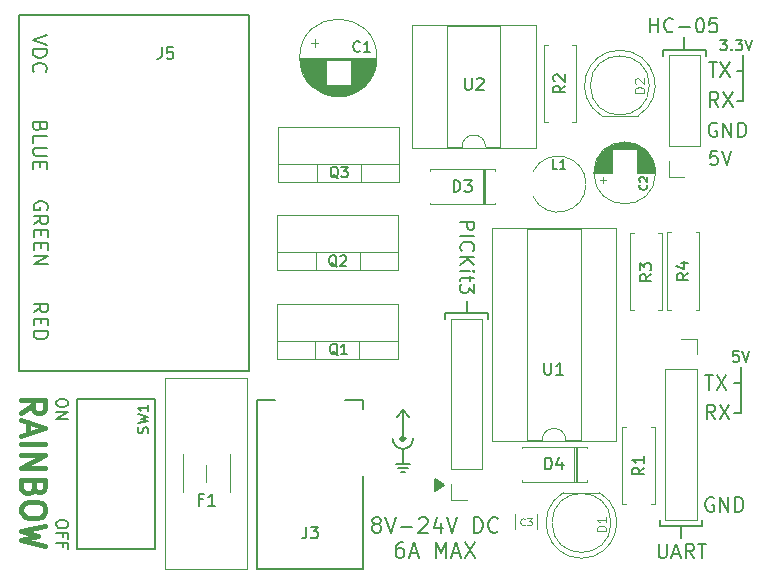
<source format=gbr>
G04 #@! TF.GenerationSoftware,KiCad,Pcbnew,(6.0.1-0)*
G04 #@! TF.CreationDate,2023-05-30T21:20:14-04:00*
G04 #@! TF.ProjectId,Rainbow,5261696e-626f-4772-9e6b-696361645f70,rev?*
G04 #@! TF.SameCoordinates,Original*
G04 #@! TF.FileFunction,Legend,Top*
G04 #@! TF.FilePolarity,Positive*
%FSLAX46Y46*%
G04 Gerber Fmt 4.6, Leading zero omitted, Abs format (unit mm)*
G04 Created by KiCad (PCBNEW (6.0.1-0)) date 2023-05-30 21:20:14*
%MOMM*%
%LPD*%
G01*
G04 APERTURE LIST*
%ADD10C,0.200000*%
%ADD11C,0.150000*%
%ADD12C,0.325599*%
%ADD13C,0.400000*%
%ADD14C,0.100000*%
%ADD15C,0.125000*%
%ADD16C,0.120000*%
%ADD17C,0.152400*%
%ADD18C,0.127000*%
G04 APERTURE END LIST*
D10*
X145450000Y-101169997D02*
G75*
G03*
X146310000Y-100310000I3J859997D01*
G01*
X144590003Y-100310000D02*
G75*
G03*
X145450000Y-101170000I859997J-3D01*
G01*
D11*
X145450000Y-101160000D02*
X145450000Y-102440000D01*
X145450000Y-97890000D02*
X145450000Y-100310000D01*
X144848687Y-102440556D02*
X146051313Y-102439445D01*
X167190000Y-107680000D02*
X169000000Y-107680000D01*
X145072235Y-102789723D02*
X145850391Y-102789445D01*
X173705000Y-69200000D02*
X174240000Y-69200000D01*
X171100000Y-67380000D02*
X169290000Y-67380000D01*
X170810000Y-107680000D02*
X170810000Y-107180000D01*
X173510000Y-98120000D02*
X174050000Y-98120000D01*
X173710000Y-71720000D02*
X174250000Y-71720000D01*
X169010000Y-107680000D02*
X169010000Y-108740000D01*
X167180000Y-107680000D02*
X167180000Y-107180000D01*
X150840000Y-89670000D02*
X150840000Y-88610000D01*
X148135000Y-104706560D02*
X148135000Y-103706560D01*
X148135000Y-103706560D02*
X148960000Y-104220000D01*
X148960000Y-104220000D02*
X148135000Y-104706560D01*
G36*
X148960000Y-104220000D02*
G01*
X148135000Y-104706560D01*
X148135000Y-103706560D01*
X148960000Y-104220000D01*
G37*
X148960000Y-104220000D02*
X148135000Y-104706560D01*
X148135000Y-103706560D01*
X148960000Y-104220000D01*
X169000000Y-107680000D02*
X170810000Y-107680000D01*
X174250000Y-67840000D02*
X174250000Y-71720000D01*
X169280000Y-67380000D02*
X169280000Y-66320000D01*
X152660000Y-89670000D02*
X150850000Y-89670000D01*
X173505000Y-95600000D02*
X174040000Y-95600000D01*
D12*
X145612799Y-100310000D02*
G75*
G03*
X145612799Y-100310000I-162799J0D01*
G01*
D11*
X145274274Y-103119723D02*
X145668353Y-103119167D01*
X169290000Y-67380000D02*
X167480000Y-67380000D01*
X150850000Y-89670000D02*
X149040000Y-89670000D01*
X174050000Y-94240000D02*
X174050000Y-98120000D01*
X149040000Y-89670000D02*
X149040000Y-90170000D01*
X145445278Y-97890000D02*
X145930000Y-98430437D01*
X171110000Y-67380000D02*
X171110000Y-67880000D01*
X144965278Y-98430437D02*
X145450000Y-97890000D01*
X167480000Y-67380000D02*
X167480000Y-67880000D01*
X152670000Y-89670000D02*
X152670000Y-90170000D01*
D10*
X172015714Y-73590000D02*
X171901428Y-73532857D01*
X171730000Y-73532857D01*
X171558571Y-73590000D01*
X171444285Y-73704285D01*
X171387142Y-73818571D01*
X171330000Y-74047142D01*
X171330000Y-74218571D01*
X171387142Y-74447142D01*
X171444285Y-74561428D01*
X171558571Y-74675714D01*
X171730000Y-74732857D01*
X171844285Y-74732857D01*
X172015714Y-74675714D01*
X172072857Y-74618571D01*
X172072857Y-74218571D01*
X171844285Y-74218571D01*
X172587142Y-74732857D02*
X172587142Y-73532857D01*
X173272857Y-74732857D01*
X173272857Y-73532857D01*
X173844285Y-74732857D02*
X173844285Y-73532857D01*
X174130000Y-73532857D01*
X174301428Y-73590000D01*
X174415714Y-73704285D01*
X174472857Y-73818571D01*
X174530000Y-74047142D01*
X174530000Y-74218571D01*
X174472857Y-74447142D01*
X174415714Y-74561428D01*
X174301428Y-74675714D01*
X174130000Y-74732857D01*
X173844285Y-74732857D01*
X171860000Y-98632857D02*
X171460000Y-98061428D01*
X171174285Y-98632857D02*
X171174285Y-97432857D01*
X171631428Y-97432857D01*
X171745714Y-97490000D01*
X171802857Y-97547142D01*
X171860000Y-97661428D01*
X171860000Y-97832857D01*
X171802857Y-97947142D01*
X171745714Y-98004285D01*
X171631428Y-98061428D01*
X171174285Y-98061428D01*
X172260000Y-97432857D02*
X173060000Y-98632857D01*
X173060000Y-97432857D02*
X172260000Y-98632857D01*
X171755714Y-105330000D02*
X171641428Y-105272857D01*
X171470000Y-105272857D01*
X171298571Y-105330000D01*
X171184285Y-105444285D01*
X171127142Y-105558571D01*
X171070000Y-105787142D01*
X171070000Y-105958571D01*
X171127142Y-106187142D01*
X171184285Y-106301428D01*
X171298571Y-106415714D01*
X171470000Y-106472857D01*
X171584285Y-106472857D01*
X171755714Y-106415714D01*
X171812857Y-106358571D01*
X171812857Y-105958571D01*
X171584285Y-105958571D01*
X172327142Y-106472857D02*
X172327142Y-105272857D01*
X173012857Y-106472857D01*
X173012857Y-105272857D01*
X173584285Y-106472857D02*
X173584285Y-105272857D01*
X173870000Y-105272857D01*
X174041428Y-105330000D01*
X174155714Y-105444285D01*
X174212857Y-105558571D01*
X174270000Y-105787142D01*
X174270000Y-105958571D01*
X174212857Y-106187142D01*
X174155714Y-106301428D01*
X174041428Y-106415714D01*
X173870000Y-106472857D01*
X173584285Y-106472857D01*
X150307142Y-81920000D02*
X151507142Y-81920000D01*
X151507142Y-82377142D01*
X151450000Y-82491428D01*
X151392857Y-82548571D01*
X151278571Y-82605714D01*
X151107142Y-82605714D01*
X150992857Y-82548571D01*
X150935714Y-82491428D01*
X150878571Y-82377142D01*
X150878571Y-81920000D01*
X150307142Y-83120000D02*
X151507142Y-83120000D01*
X150421428Y-84377142D02*
X150364285Y-84320000D01*
X150307142Y-84148571D01*
X150307142Y-84034285D01*
X150364285Y-83862857D01*
X150478571Y-83748571D01*
X150592857Y-83691428D01*
X150821428Y-83634285D01*
X150992857Y-83634285D01*
X151221428Y-83691428D01*
X151335714Y-83748571D01*
X151450000Y-83862857D01*
X151507142Y-84034285D01*
X151507142Y-84148571D01*
X151450000Y-84320000D01*
X151392857Y-84377142D01*
X150307142Y-84891428D02*
X151507142Y-84891428D01*
X150307142Y-85577142D02*
X150992857Y-85062857D01*
X151507142Y-85577142D02*
X150821428Y-84891428D01*
X150307142Y-86091428D02*
X151107142Y-86091428D01*
X151507142Y-86091428D02*
X151450000Y-86034285D01*
X151392857Y-86091428D01*
X151450000Y-86148571D01*
X151507142Y-86091428D01*
X151392857Y-86091428D01*
X151107142Y-86491428D02*
X151107142Y-86948571D01*
X151507142Y-86662857D02*
X150478571Y-86662857D01*
X150364285Y-86720000D01*
X150307142Y-86834285D01*
X150307142Y-86948571D01*
X151507142Y-87234285D02*
X151507142Y-87977142D01*
X151050000Y-87577142D01*
X151050000Y-87748571D01*
X150992857Y-87862857D01*
X150935714Y-87920000D01*
X150821428Y-87977142D01*
X150535714Y-87977142D01*
X150421428Y-87920000D01*
X150364285Y-87862857D01*
X150307142Y-87748571D01*
X150307142Y-87405714D01*
X150364285Y-87291428D01*
X150421428Y-87234285D01*
X114765714Y-73888571D02*
X114708571Y-74060000D01*
X114651428Y-74117142D01*
X114537142Y-74174285D01*
X114365714Y-74174285D01*
X114251428Y-74117142D01*
X114194285Y-74060000D01*
X114137142Y-73945714D01*
X114137142Y-73488571D01*
X115337142Y-73488571D01*
X115337142Y-73888571D01*
X115280000Y-74002857D01*
X115222857Y-74060000D01*
X115108571Y-74117142D01*
X114994285Y-74117142D01*
X114880000Y-74060000D01*
X114822857Y-74002857D01*
X114765714Y-73888571D01*
X114765714Y-73488571D01*
X114137142Y-75260000D02*
X114137142Y-74688571D01*
X115337142Y-74688571D01*
X115337142Y-75660000D02*
X114365714Y-75660000D01*
X114251428Y-75717142D01*
X114194285Y-75774285D01*
X114137142Y-75888571D01*
X114137142Y-76117142D01*
X114194285Y-76231428D01*
X114251428Y-76288571D01*
X114365714Y-76345714D01*
X115337142Y-76345714D01*
X114765714Y-76917142D02*
X114765714Y-77317142D01*
X114137142Y-77488571D02*
X114137142Y-76917142D01*
X115337142Y-76917142D01*
X115337142Y-77488571D01*
D11*
X172331428Y-66527142D02*
X172888571Y-66527142D01*
X172588571Y-66870000D01*
X172717142Y-66870000D01*
X172802857Y-66912857D01*
X172845714Y-66955714D01*
X172888571Y-67041428D01*
X172888571Y-67255714D01*
X172845714Y-67341428D01*
X172802857Y-67384285D01*
X172717142Y-67427142D01*
X172460000Y-67427142D01*
X172374285Y-67384285D01*
X172331428Y-67341428D01*
X173274285Y-67341428D02*
X173317142Y-67384285D01*
X173274285Y-67427142D01*
X173231428Y-67384285D01*
X173274285Y-67341428D01*
X173274285Y-67427142D01*
X173617142Y-66527142D02*
X174174285Y-66527142D01*
X173874285Y-66870000D01*
X174002857Y-66870000D01*
X174088571Y-66912857D01*
X174131428Y-66955714D01*
X174174285Y-67041428D01*
X174174285Y-67255714D01*
X174131428Y-67341428D01*
X174088571Y-67384285D01*
X174002857Y-67427142D01*
X173745714Y-67427142D01*
X173660000Y-67384285D01*
X173617142Y-67341428D01*
X174431428Y-66527142D02*
X174731428Y-67427142D01*
X175031428Y-66527142D01*
D13*
X113155238Y-98147619D02*
X114107619Y-97480952D01*
X113155238Y-97004761D02*
X115155238Y-97004761D01*
X115155238Y-97766666D01*
X115060000Y-97957142D01*
X114964761Y-98052380D01*
X114774285Y-98147619D01*
X114488571Y-98147619D01*
X114298095Y-98052380D01*
X114202857Y-97957142D01*
X114107619Y-97766666D01*
X114107619Y-97004761D01*
X113726666Y-98909523D02*
X113726666Y-99861904D01*
X113155238Y-98719047D02*
X115155238Y-99385714D01*
X113155238Y-100052380D01*
X113155238Y-100719047D02*
X115155238Y-100719047D01*
X113155238Y-101671428D02*
X115155238Y-101671428D01*
X113155238Y-102814285D01*
X115155238Y-102814285D01*
X114202857Y-104433333D02*
X114107619Y-104719047D01*
X114012380Y-104814285D01*
X113821904Y-104909523D01*
X113536190Y-104909523D01*
X113345714Y-104814285D01*
X113250476Y-104719047D01*
X113155238Y-104528571D01*
X113155238Y-103766666D01*
X115155238Y-103766666D01*
X115155238Y-104433333D01*
X115060000Y-104623809D01*
X114964761Y-104719047D01*
X114774285Y-104814285D01*
X114583809Y-104814285D01*
X114393333Y-104719047D01*
X114298095Y-104623809D01*
X114202857Y-104433333D01*
X114202857Y-103766666D01*
X115155238Y-106147619D02*
X115155238Y-106528571D01*
X115060000Y-106719047D01*
X114869523Y-106909523D01*
X114488571Y-107004761D01*
X113821904Y-107004761D01*
X113440952Y-106909523D01*
X113250476Y-106719047D01*
X113155238Y-106528571D01*
X113155238Y-106147619D01*
X113250476Y-105957142D01*
X113440952Y-105766666D01*
X113821904Y-105671428D01*
X114488571Y-105671428D01*
X114869523Y-105766666D01*
X115060000Y-105957142D01*
X115155238Y-106147619D01*
X115155238Y-107671428D02*
X113155238Y-108147619D01*
X114583809Y-108528571D01*
X113155238Y-108909523D01*
X115155238Y-109385714D01*
D10*
X115320000Y-80900000D02*
X115377142Y-80785714D01*
X115377142Y-80614285D01*
X115320000Y-80442857D01*
X115205714Y-80328571D01*
X115091428Y-80271428D01*
X114862857Y-80214285D01*
X114691428Y-80214285D01*
X114462857Y-80271428D01*
X114348571Y-80328571D01*
X114234285Y-80442857D01*
X114177142Y-80614285D01*
X114177142Y-80728571D01*
X114234285Y-80900000D01*
X114291428Y-80957142D01*
X114691428Y-80957142D01*
X114691428Y-80728571D01*
X114177142Y-82157142D02*
X114748571Y-81757142D01*
X114177142Y-81471428D02*
X115377142Y-81471428D01*
X115377142Y-81928571D01*
X115320000Y-82042857D01*
X115262857Y-82100000D01*
X115148571Y-82157142D01*
X114977142Y-82157142D01*
X114862857Y-82100000D01*
X114805714Y-82042857D01*
X114748571Y-81928571D01*
X114748571Y-81471428D01*
X114805714Y-82671428D02*
X114805714Y-83071428D01*
X114177142Y-83242857D02*
X114177142Y-82671428D01*
X115377142Y-82671428D01*
X115377142Y-83242857D01*
X114805714Y-83757142D02*
X114805714Y-84157142D01*
X114177142Y-84328571D02*
X114177142Y-83757142D01*
X115377142Y-83757142D01*
X115377142Y-84328571D01*
X114177142Y-84842857D02*
X115377142Y-84842857D01*
X114177142Y-85528571D01*
X115377142Y-85528571D01*
X167095714Y-109202857D02*
X167095714Y-110174285D01*
X167152857Y-110288571D01*
X167210000Y-110345714D01*
X167324285Y-110402857D01*
X167552857Y-110402857D01*
X167667142Y-110345714D01*
X167724285Y-110288571D01*
X167781428Y-110174285D01*
X167781428Y-109202857D01*
X168295714Y-110060000D02*
X168867142Y-110060000D01*
X168181428Y-110402857D02*
X168581428Y-109202857D01*
X168981428Y-110402857D01*
X170067142Y-110402857D02*
X169667142Y-109831428D01*
X169381428Y-110402857D02*
X169381428Y-109202857D01*
X169838571Y-109202857D01*
X169952857Y-109260000D01*
X170010000Y-109317142D01*
X170067142Y-109431428D01*
X170067142Y-109602857D01*
X170010000Y-109717142D01*
X169952857Y-109774285D01*
X169838571Y-109831428D01*
X169381428Y-109831428D01*
X170410000Y-109202857D02*
X171095714Y-109202857D01*
X170752857Y-110402857D02*
X170752857Y-109202857D01*
X172160000Y-72182857D02*
X171760000Y-71611428D01*
X171474285Y-72182857D02*
X171474285Y-70982857D01*
X171931428Y-70982857D01*
X172045714Y-71040000D01*
X172102857Y-71097142D01*
X172160000Y-71211428D01*
X172160000Y-71382857D01*
X172102857Y-71497142D01*
X172045714Y-71554285D01*
X171931428Y-71611428D01*
X171474285Y-71611428D01*
X172560000Y-70982857D02*
X173360000Y-72182857D01*
X173360000Y-70982857D02*
X172560000Y-72182857D01*
X172071428Y-75942857D02*
X171500000Y-75942857D01*
X171442857Y-76514285D01*
X171500000Y-76457142D01*
X171614285Y-76400000D01*
X171900000Y-76400000D01*
X172014285Y-76457142D01*
X172071428Y-76514285D01*
X172128571Y-76628571D01*
X172128571Y-76914285D01*
X172071428Y-77028571D01*
X172014285Y-77085714D01*
X171900000Y-77142857D01*
X171614285Y-77142857D01*
X171500000Y-77085714D01*
X171442857Y-77028571D01*
X172471428Y-75942857D02*
X172871428Y-77142857D01*
X173271428Y-75942857D01*
X143103809Y-107528738D02*
X142980000Y-107466833D01*
X142918095Y-107404928D01*
X142856190Y-107281119D01*
X142856190Y-107219214D01*
X142918095Y-107095404D01*
X142980000Y-107033500D01*
X143103809Y-106971595D01*
X143351428Y-106971595D01*
X143475238Y-107033500D01*
X143537142Y-107095404D01*
X143599047Y-107219214D01*
X143599047Y-107281119D01*
X143537142Y-107404928D01*
X143475238Y-107466833D01*
X143351428Y-107528738D01*
X143103809Y-107528738D01*
X142980000Y-107590642D01*
X142918095Y-107652547D01*
X142856190Y-107776357D01*
X142856190Y-108023976D01*
X142918095Y-108147785D01*
X142980000Y-108209690D01*
X143103809Y-108271595D01*
X143351428Y-108271595D01*
X143475238Y-108209690D01*
X143537142Y-108147785D01*
X143599047Y-108023976D01*
X143599047Y-107776357D01*
X143537142Y-107652547D01*
X143475238Y-107590642D01*
X143351428Y-107528738D01*
X143970476Y-106971595D02*
X144403809Y-108271595D01*
X144837142Y-106971595D01*
X145270476Y-107776357D02*
X146260952Y-107776357D01*
X146818095Y-107095404D02*
X146880000Y-107033500D01*
X147003809Y-106971595D01*
X147313333Y-106971595D01*
X147437142Y-107033500D01*
X147499047Y-107095404D01*
X147560952Y-107219214D01*
X147560952Y-107343023D01*
X147499047Y-107528738D01*
X146756190Y-108271595D01*
X147560952Y-108271595D01*
X148675238Y-107404928D02*
X148675238Y-108271595D01*
X148365714Y-106909690D02*
X148056190Y-107838261D01*
X148860952Y-107838261D01*
X149170476Y-106971595D02*
X149603809Y-108271595D01*
X150037142Y-106971595D01*
X151460952Y-108271595D02*
X151460952Y-106971595D01*
X151770476Y-106971595D01*
X151956190Y-107033500D01*
X152080000Y-107157309D01*
X152141904Y-107281119D01*
X152203809Y-107528738D01*
X152203809Y-107714452D01*
X152141904Y-107962071D01*
X152080000Y-108085880D01*
X151956190Y-108209690D01*
X151770476Y-108271595D01*
X151460952Y-108271595D01*
X153503809Y-108147785D02*
X153441904Y-108209690D01*
X153256190Y-108271595D01*
X153132380Y-108271595D01*
X152946666Y-108209690D01*
X152822857Y-108085880D01*
X152760952Y-107962071D01*
X152699047Y-107714452D01*
X152699047Y-107528738D01*
X152760952Y-107281119D01*
X152822857Y-107157309D01*
X152946666Y-107033500D01*
X153132380Y-106971595D01*
X153256190Y-106971595D01*
X153441904Y-107033500D01*
X153503809Y-107095404D01*
X145456190Y-109064595D02*
X145208571Y-109064595D01*
X145084761Y-109126500D01*
X145022857Y-109188404D01*
X144899047Y-109374119D01*
X144837142Y-109621738D01*
X144837142Y-110116976D01*
X144899047Y-110240785D01*
X144960952Y-110302690D01*
X145084761Y-110364595D01*
X145332380Y-110364595D01*
X145456190Y-110302690D01*
X145518095Y-110240785D01*
X145580000Y-110116976D01*
X145580000Y-109807452D01*
X145518095Y-109683642D01*
X145456190Y-109621738D01*
X145332380Y-109559833D01*
X145084761Y-109559833D01*
X144960952Y-109621738D01*
X144899047Y-109683642D01*
X144837142Y-109807452D01*
X146075238Y-109993166D02*
X146694285Y-109993166D01*
X145951428Y-110364595D02*
X146384761Y-109064595D01*
X146818095Y-110364595D01*
X148241904Y-110364595D02*
X148241904Y-109064595D01*
X148675238Y-109993166D01*
X149108571Y-109064595D01*
X149108571Y-110364595D01*
X149665714Y-109993166D02*
X150284761Y-109993166D01*
X149541904Y-110364595D02*
X149975238Y-109064595D01*
X150408571Y-110364595D01*
X150718095Y-109064595D02*
X151584761Y-110364595D01*
X151584761Y-109064595D02*
X150718095Y-110364595D01*
X171345714Y-68442857D02*
X172031428Y-68442857D01*
X171688571Y-69642857D02*
X171688571Y-68442857D01*
X172317142Y-68442857D02*
X173117142Y-69642857D01*
X173117142Y-68442857D02*
X172317142Y-69642857D01*
X166371428Y-65892857D02*
X166371428Y-64692857D01*
X166371428Y-65264285D02*
X167057142Y-65264285D01*
X167057142Y-65892857D02*
X167057142Y-64692857D01*
X168314285Y-65778571D02*
X168257142Y-65835714D01*
X168085714Y-65892857D01*
X167971428Y-65892857D01*
X167800000Y-65835714D01*
X167685714Y-65721428D01*
X167628571Y-65607142D01*
X167571428Y-65378571D01*
X167571428Y-65207142D01*
X167628571Y-64978571D01*
X167685714Y-64864285D01*
X167800000Y-64750000D01*
X167971428Y-64692857D01*
X168085714Y-64692857D01*
X168257142Y-64750000D01*
X168314285Y-64807142D01*
X168828571Y-65435714D02*
X169742857Y-65435714D01*
X170542857Y-64692857D02*
X170657142Y-64692857D01*
X170771428Y-64750000D01*
X170828571Y-64807142D01*
X170885714Y-64921428D01*
X170942857Y-65150000D01*
X170942857Y-65435714D01*
X170885714Y-65664285D01*
X170828571Y-65778571D01*
X170771428Y-65835714D01*
X170657142Y-65892857D01*
X170542857Y-65892857D01*
X170428571Y-65835714D01*
X170371428Y-65778571D01*
X170314285Y-65664285D01*
X170257142Y-65435714D01*
X170257142Y-65150000D01*
X170314285Y-64921428D01*
X170371428Y-64807142D01*
X170428571Y-64750000D01*
X170542857Y-64692857D01*
X172028571Y-64692857D02*
X171457142Y-64692857D01*
X171400000Y-65264285D01*
X171457142Y-65207142D01*
X171571428Y-65150000D01*
X171857142Y-65150000D01*
X171971428Y-65207142D01*
X172028571Y-65264285D01*
X172085714Y-65378571D01*
X172085714Y-65664285D01*
X172028571Y-65778571D01*
X171971428Y-65835714D01*
X171857142Y-65892857D01*
X171571428Y-65892857D01*
X171457142Y-65835714D01*
X171400000Y-65778571D01*
X115307142Y-66150000D02*
X114107142Y-66550000D01*
X115307142Y-66950000D01*
X114107142Y-67350000D02*
X115307142Y-67350000D01*
X115307142Y-67635714D01*
X115250000Y-67807142D01*
X115135714Y-67921428D01*
X115021428Y-67978571D01*
X114792857Y-68035714D01*
X114621428Y-68035714D01*
X114392857Y-67978571D01*
X114278571Y-67921428D01*
X114164285Y-67807142D01*
X114107142Y-67635714D01*
X114107142Y-67350000D01*
X114221428Y-69235714D02*
X114164285Y-69178571D01*
X114107142Y-69007142D01*
X114107142Y-68892857D01*
X114164285Y-68721428D01*
X114278571Y-68607142D01*
X114392857Y-68550000D01*
X114621428Y-68492857D01*
X114792857Y-68492857D01*
X115021428Y-68550000D01*
X115135714Y-68607142D01*
X115250000Y-68721428D01*
X115307142Y-68892857D01*
X115307142Y-69007142D01*
X115250000Y-69178571D01*
X115192857Y-69235714D01*
X171045714Y-94942857D02*
X171731428Y-94942857D01*
X171388571Y-96142857D02*
X171388571Y-94942857D01*
X172017142Y-94942857D02*
X172817142Y-96142857D01*
X172817142Y-94942857D02*
X172017142Y-96142857D01*
X114177142Y-89618571D02*
X114748571Y-89218571D01*
X114177142Y-88932857D02*
X115377142Y-88932857D01*
X115377142Y-89390000D01*
X115320000Y-89504285D01*
X115262857Y-89561428D01*
X115148571Y-89618571D01*
X114977142Y-89618571D01*
X114862857Y-89561428D01*
X114805714Y-89504285D01*
X114748571Y-89390000D01*
X114748571Y-88932857D01*
X114805714Y-90132857D02*
X114805714Y-90532857D01*
X114177142Y-90704285D02*
X114177142Y-90132857D01*
X115377142Y-90132857D01*
X115377142Y-90704285D01*
X114177142Y-91218571D02*
X115377142Y-91218571D01*
X115377142Y-91504285D01*
X115320000Y-91675714D01*
X115205714Y-91790000D01*
X115091428Y-91847142D01*
X114862857Y-91904285D01*
X114691428Y-91904285D01*
X114462857Y-91847142D01*
X114348571Y-91790000D01*
X114234285Y-91675714D01*
X114177142Y-91504285D01*
X114177142Y-91218571D01*
D11*
X173868571Y-92887142D02*
X173440000Y-92887142D01*
X173397142Y-93315714D01*
X173440000Y-93272857D01*
X173525714Y-93230000D01*
X173740000Y-93230000D01*
X173825714Y-93272857D01*
X173868571Y-93315714D01*
X173911428Y-93401428D01*
X173911428Y-93615714D01*
X173868571Y-93701428D01*
X173825714Y-93744285D01*
X173740000Y-93787142D01*
X173525714Y-93787142D01*
X173440000Y-93744285D01*
X173397142Y-93701428D01*
X174168571Y-92887142D02*
X174468571Y-93787142D01*
X174768571Y-92887142D01*
D10*
X117107619Y-107447619D02*
X117107619Y-107638095D01*
X117060000Y-107733333D01*
X116964761Y-107828571D01*
X116774285Y-107876190D01*
X116440952Y-107876190D01*
X116250476Y-107828571D01*
X116155238Y-107733333D01*
X116107619Y-107638095D01*
X116107619Y-107447619D01*
X116155238Y-107352380D01*
X116250476Y-107257142D01*
X116440952Y-107209523D01*
X116774285Y-107209523D01*
X116964761Y-107257142D01*
X117060000Y-107352380D01*
X117107619Y-107447619D01*
X116631428Y-108638095D02*
X116631428Y-108304761D01*
X116107619Y-108304761D02*
X117107619Y-108304761D01*
X117107619Y-108780952D01*
X116631428Y-109495238D02*
X116631428Y-109161904D01*
X116107619Y-109161904D02*
X117107619Y-109161904D01*
X117107619Y-109638095D01*
X117107619Y-97180952D02*
X117107619Y-97371428D01*
X117060000Y-97466666D01*
X116964761Y-97561904D01*
X116774285Y-97609523D01*
X116440952Y-97609523D01*
X116250476Y-97561904D01*
X116155238Y-97466666D01*
X116107619Y-97371428D01*
X116107619Y-97180952D01*
X116155238Y-97085714D01*
X116250476Y-96990476D01*
X116440952Y-96942857D01*
X116774285Y-96942857D01*
X116964761Y-96990476D01*
X117060000Y-97085714D01*
X117107619Y-97180952D01*
X116107619Y-98038095D02*
X117107619Y-98038095D01*
X116107619Y-98609523D01*
X117107619Y-98609523D01*
D11*
X166090000Y-78801553D02*
X166123333Y-78834887D01*
X166156666Y-78934887D01*
X166156666Y-79001553D01*
X166123333Y-79101553D01*
X166056666Y-79168220D01*
X165990000Y-79201553D01*
X165856666Y-79234887D01*
X165756666Y-79234887D01*
X165623333Y-79201553D01*
X165556666Y-79168220D01*
X165490000Y-79101553D01*
X165456666Y-79001553D01*
X165456666Y-78934887D01*
X165490000Y-78834887D01*
X165523333Y-78801553D01*
X165523333Y-78534887D02*
X165490000Y-78501553D01*
X165456666Y-78434887D01*
X165456666Y-78268220D01*
X165490000Y-78201553D01*
X165523333Y-78168220D01*
X165590000Y-78134887D01*
X165656666Y-78134887D01*
X165756666Y-78168220D01*
X166156666Y-78568220D01*
X166156666Y-78134887D01*
X158526666Y-77461904D02*
X158145714Y-77461904D01*
X158145714Y-76661904D01*
X159212380Y-77461904D02*
X158755238Y-77461904D01*
X158983809Y-77461904D02*
X158983809Y-76661904D01*
X158907619Y-76776190D01*
X158831428Y-76852380D01*
X158755238Y-76890476D01*
X128486666Y-105448571D02*
X128153333Y-105448571D01*
X128153333Y-105972380D02*
X128153333Y-104972380D01*
X128629523Y-104972380D01*
X129534285Y-105972380D02*
X128962857Y-105972380D01*
X129248571Y-105972380D02*
X129248571Y-104972380D01*
X129153333Y-105115238D01*
X129058095Y-105210476D01*
X128962857Y-105258095D01*
X123854285Y-99830000D02*
X123897142Y-99701428D01*
X123897142Y-99487142D01*
X123854285Y-99401428D01*
X123811428Y-99358571D01*
X123725714Y-99315714D01*
X123640000Y-99315714D01*
X123554285Y-99358571D01*
X123511428Y-99401428D01*
X123468571Y-99487142D01*
X123425714Y-99658571D01*
X123382857Y-99744285D01*
X123340000Y-99787142D01*
X123254285Y-99830000D01*
X123168571Y-99830000D01*
X123082857Y-99787142D01*
X123040000Y-99744285D01*
X122997142Y-99658571D01*
X122997142Y-99444285D01*
X123040000Y-99315714D01*
X122997142Y-99015714D02*
X123897142Y-98801428D01*
X123254285Y-98630000D01*
X123897142Y-98458571D01*
X122997142Y-98244285D01*
X123897142Y-97430000D02*
X123897142Y-97944285D01*
X123897142Y-97687142D02*
X122997142Y-97687142D01*
X123125714Y-97772857D01*
X123211428Y-97858571D01*
X123254285Y-97944285D01*
D14*
X155770000Y-107584285D02*
X155741428Y-107612857D01*
X155655714Y-107641428D01*
X155598571Y-107641428D01*
X155512857Y-107612857D01*
X155455714Y-107555714D01*
X155427142Y-107498571D01*
X155398571Y-107384285D01*
X155398571Y-107298571D01*
X155427142Y-107184285D01*
X155455714Y-107127142D01*
X155512857Y-107070000D01*
X155598571Y-107041428D01*
X155655714Y-107041428D01*
X155741428Y-107070000D01*
X155770000Y-107098571D01*
X155970000Y-107041428D02*
X156341428Y-107041428D01*
X156141428Y-107270000D01*
X156227142Y-107270000D01*
X156284285Y-107298571D01*
X156312857Y-107327142D01*
X156341428Y-107384285D01*
X156341428Y-107527142D01*
X156312857Y-107584285D01*
X156284285Y-107612857D01*
X156227142Y-107641428D01*
X156055714Y-107641428D01*
X155998571Y-107612857D01*
X155970000Y-107584285D01*
D11*
X169622380Y-86276666D02*
X169146190Y-86610000D01*
X169622380Y-86848095D02*
X168622380Y-86848095D01*
X168622380Y-86467142D01*
X168670000Y-86371904D01*
X168717619Y-86324285D01*
X168812857Y-86276666D01*
X168955714Y-86276666D01*
X169050952Y-86324285D01*
X169098571Y-86371904D01*
X169146190Y-86467142D01*
X169146190Y-86848095D01*
X168955714Y-85419523D02*
X169622380Y-85419523D01*
X168574761Y-85657619D02*
X169289047Y-85895714D01*
X169289047Y-85276666D01*
X125026666Y-67152380D02*
X125026666Y-67866666D01*
X124979047Y-68009523D01*
X124883809Y-68104761D01*
X124740952Y-68152380D01*
X124645714Y-68152380D01*
X125979047Y-67152380D02*
X125502857Y-67152380D01*
X125455238Y-67628571D01*
X125502857Y-67580952D01*
X125598095Y-67533333D01*
X125836190Y-67533333D01*
X125931428Y-67580952D01*
X125979047Y-67628571D01*
X126026666Y-67723809D01*
X126026666Y-67961904D01*
X125979047Y-68057142D01*
X125931428Y-68104761D01*
X125836190Y-68152380D01*
X125598095Y-68152380D01*
X125502857Y-68104761D01*
X125455238Y-68057142D01*
X139854285Y-85762857D02*
X139768571Y-85720000D01*
X139682857Y-85634285D01*
X139554285Y-85505714D01*
X139468571Y-85462857D01*
X139382857Y-85462857D01*
X139425714Y-85677142D02*
X139340000Y-85634285D01*
X139254285Y-85548571D01*
X139211428Y-85377142D01*
X139211428Y-85077142D01*
X139254285Y-84905714D01*
X139340000Y-84820000D01*
X139425714Y-84777142D01*
X139597142Y-84777142D01*
X139682857Y-84820000D01*
X139768571Y-84905714D01*
X139811428Y-85077142D01*
X139811428Y-85377142D01*
X139768571Y-85548571D01*
X139682857Y-85634285D01*
X139597142Y-85677142D01*
X139425714Y-85677142D01*
X140154285Y-84862857D02*
X140197142Y-84820000D01*
X140282857Y-84777142D01*
X140497142Y-84777142D01*
X140582857Y-84820000D01*
X140625714Y-84862857D01*
X140668571Y-84948571D01*
X140668571Y-85034285D01*
X140625714Y-85162857D01*
X140111428Y-85677142D01*
X140668571Y-85677142D01*
D15*
X165891904Y-71010476D02*
X165091904Y-71010476D01*
X165091904Y-70820000D01*
X165130000Y-70705714D01*
X165206190Y-70629523D01*
X165282380Y-70591428D01*
X165434761Y-70553333D01*
X165549047Y-70553333D01*
X165701428Y-70591428D01*
X165777619Y-70629523D01*
X165853809Y-70705714D01*
X165891904Y-70820000D01*
X165891904Y-71010476D01*
X165168095Y-70248571D02*
X165130000Y-70210476D01*
X165091904Y-70134285D01*
X165091904Y-69943809D01*
X165130000Y-69867619D01*
X165168095Y-69829523D01*
X165244285Y-69791428D01*
X165320476Y-69791428D01*
X165434761Y-69829523D01*
X165891904Y-70286666D01*
X165891904Y-69791428D01*
X162681904Y-108155476D02*
X161881904Y-108155476D01*
X161881904Y-107965000D01*
X161920000Y-107850714D01*
X161996190Y-107774523D01*
X162072380Y-107736428D01*
X162224761Y-107698333D01*
X162339047Y-107698333D01*
X162491428Y-107736428D01*
X162567619Y-107774523D01*
X162643809Y-107850714D01*
X162681904Y-107965000D01*
X162681904Y-108155476D01*
X162681904Y-106936428D02*
X162681904Y-107393571D01*
X162681904Y-107165000D02*
X161881904Y-107165000D01*
X161996190Y-107241190D01*
X162072380Y-107317380D01*
X162110476Y-107393571D01*
D11*
X159192380Y-70406666D02*
X158716190Y-70740000D01*
X159192380Y-70978095D02*
X158192380Y-70978095D01*
X158192380Y-70597142D01*
X158240000Y-70501904D01*
X158287619Y-70454285D01*
X158382857Y-70406666D01*
X158525714Y-70406666D01*
X158620952Y-70454285D01*
X158668571Y-70501904D01*
X158716190Y-70597142D01*
X158716190Y-70978095D01*
X158287619Y-70025714D02*
X158240000Y-69978095D01*
X158192380Y-69882857D01*
X158192380Y-69644761D01*
X158240000Y-69549523D01*
X158287619Y-69501904D01*
X158382857Y-69454285D01*
X158478095Y-69454285D01*
X158620952Y-69501904D01*
X159192380Y-70073333D01*
X159192380Y-69454285D01*
X139984285Y-78267857D02*
X139898571Y-78225000D01*
X139812857Y-78139285D01*
X139684285Y-78010714D01*
X139598571Y-77967857D01*
X139512857Y-77967857D01*
X139555714Y-78182142D02*
X139470000Y-78139285D01*
X139384285Y-78053571D01*
X139341428Y-77882142D01*
X139341428Y-77582142D01*
X139384285Y-77410714D01*
X139470000Y-77325000D01*
X139555714Y-77282142D01*
X139727142Y-77282142D01*
X139812857Y-77325000D01*
X139898571Y-77410714D01*
X139941428Y-77582142D01*
X139941428Y-77882142D01*
X139898571Y-78053571D01*
X139812857Y-78139285D01*
X139727142Y-78182142D01*
X139555714Y-78182142D01*
X140241428Y-77282142D02*
X140798571Y-77282142D01*
X140498571Y-77625000D01*
X140627142Y-77625000D01*
X140712857Y-77667857D01*
X140755714Y-77710714D01*
X140798571Y-77796428D01*
X140798571Y-78010714D01*
X140755714Y-78096428D01*
X140712857Y-78139285D01*
X140627142Y-78182142D01*
X140370000Y-78182142D01*
X140284285Y-78139285D01*
X140241428Y-78096428D01*
X141810000Y-67451428D02*
X141767142Y-67494285D01*
X141638571Y-67537142D01*
X141552857Y-67537142D01*
X141424285Y-67494285D01*
X141338571Y-67408571D01*
X141295714Y-67322857D01*
X141252857Y-67151428D01*
X141252857Y-67022857D01*
X141295714Y-66851428D01*
X141338571Y-66765714D01*
X141424285Y-66680000D01*
X141552857Y-66637142D01*
X141638571Y-66637142D01*
X141767142Y-66680000D01*
X141810000Y-66722857D01*
X142667142Y-67537142D02*
X142152857Y-67537142D01*
X142410000Y-67537142D02*
X142410000Y-66637142D01*
X142324285Y-66765714D01*
X142238571Y-66851428D01*
X142152857Y-66894285D01*
X165877380Y-102756666D02*
X165401190Y-103090000D01*
X165877380Y-103328095D02*
X164877380Y-103328095D01*
X164877380Y-102947142D01*
X164925000Y-102851904D01*
X164972619Y-102804285D01*
X165067857Y-102756666D01*
X165210714Y-102756666D01*
X165305952Y-102804285D01*
X165353571Y-102851904D01*
X165401190Y-102947142D01*
X165401190Y-103328095D01*
X165877380Y-101804285D02*
X165877380Y-102375714D01*
X165877380Y-102090000D02*
X164877380Y-102090000D01*
X165020238Y-102185238D01*
X165115476Y-102280476D01*
X165163095Y-102375714D01*
X149751904Y-79412380D02*
X149751904Y-78412380D01*
X149990000Y-78412380D01*
X150132857Y-78460000D01*
X150228095Y-78555238D01*
X150275714Y-78650476D01*
X150323333Y-78840952D01*
X150323333Y-78983809D01*
X150275714Y-79174285D01*
X150228095Y-79269523D01*
X150132857Y-79364761D01*
X149990000Y-79412380D01*
X149751904Y-79412380D01*
X150656666Y-78412380D02*
X151275714Y-78412380D01*
X150942380Y-78793333D01*
X151085238Y-78793333D01*
X151180476Y-78840952D01*
X151228095Y-78888571D01*
X151275714Y-78983809D01*
X151275714Y-79221904D01*
X151228095Y-79317142D01*
X151180476Y-79364761D01*
X151085238Y-79412380D01*
X150799523Y-79412380D01*
X150704285Y-79364761D01*
X150656666Y-79317142D01*
X166492380Y-86386666D02*
X166016190Y-86720000D01*
X166492380Y-86958095D02*
X165492380Y-86958095D01*
X165492380Y-86577142D01*
X165540000Y-86481904D01*
X165587619Y-86434285D01*
X165682857Y-86386666D01*
X165825714Y-86386666D01*
X165920952Y-86434285D01*
X165968571Y-86481904D01*
X166016190Y-86577142D01*
X166016190Y-86958095D01*
X165492380Y-86053333D02*
X165492380Y-85434285D01*
X165873333Y-85767619D01*
X165873333Y-85624761D01*
X165920952Y-85529523D01*
X165968571Y-85481904D01*
X166063809Y-85434285D01*
X166301904Y-85434285D01*
X166397142Y-85481904D01*
X166444761Y-85529523D01*
X166492380Y-85624761D01*
X166492380Y-85910476D01*
X166444761Y-86005714D01*
X166397142Y-86053333D01*
X157428095Y-93872380D02*
X157428095Y-94681904D01*
X157475714Y-94777142D01*
X157523333Y-94824761D01*
X157618571Y-94872380D01*
X157809047Y-94872380D01*
X157904285Y-94824761D01*
X157951904Y-94777142D01*
X157999523Y-94681904D01*
X157999523Y-93872380D01*
X158999523Y-94872380D02*
X158428095Y-94872380D01*
X158713809Y-94872380D02*
X158713809Y-93872380D01*
X158618571Y-94015238D01*
X158523333Y-94110476D01*
X158428095Y-94158095D01*
X137266666Y-107752380D02*
X137266666Y-108466666D01*
X137219047Y-108609523D01*
X137123809Y-108704761D01*
X136980952Y-108752380D01*
X136885714Y-108752380D01*
X137647619Y-107752380D02*
X138266666Y-107752380D01*
X137933333Y-108133333D01*
X138076190Y-108133333D01*
X138171428Y-108180952D01*
X138219047Y-108228571D01*
X138266666Y-108323809D01*
X138266666Y-108561904D01*
X138219047Y-108657142D01*
X138171428Y-108704761D01*
X138076190Y-108752380D01*
X137790476Y-108752380D01*
X137695238Y-108704761D01*
X137647619Y-108657142D01*
X157501904Y-102902380D02*
X157501904Y-101902380D01*
X157740000Y-101902380D01*
X157882857Y-101950000D01*
X157978095Y-102045238D01*
X158025714Y-102140476D01*
X158073333Y-102330952D01*
X158073333Y-102473809D01*
X158025714Y-102664285D01*
X157978095Y-102759523D01*
X157882857Y-102854761D01*
X157740000Y-102902380D01*
X157501904Y-102902380D01*
X158930476Y-102235714D02*
X158930476Y-102902380D01*
X158692380Y-101854761D02*
X158454285Y-102569047D01*
X159073333Y-102569047D01*
X139939285Y-93257857D02*
X139853571Y-93215000D01*
X139767857Y-93129285D01*
X139639285Y-93000714D01*
X139553571Y-92957857D01*
X139467857Y-92957857D01*
X139510714Y-93172142D02*
X139425000Y-93129285D01*
X139339285Y-93043571D01*
X139296428Y-92872142D01*
X139296428Y-92572142D01*
X139339285Y-92400714D01*
X139425000Y-92315000D01*
X139510714Y-92272142D01*
X139682142Y-92272142D01*
X139767857Y-92315000D01*
X139853571Y-92400714D01*
X139896428Y-92572142D01*
X139896428Y-92872142D01*
X139853571Y-93043571D01*
X139767857Y-93129285D01*
X139682142Y-93172142D01*
X139510714Y-93172142D01*
X140753571Y-93172142D02*
X140239285Y-93172142D01*
X140496428Y-93172142D02*
X140496428Y-92272142D01*
X140410714Y-92400714D01*
X140325000Y-92486428D01*
X140239285Y-92529285D01*
X150708095Y-69782380D02*
X150708095Y-70591904D01*
X150755714Y-70687142D01*
X150803333Y-70734761D01*
X150898571Y-70782380D01*
X151089047Y-70782380D01*
X151184285Y-70734761D01*
X151231904Y-70687142D01*
X151279523Y-70591904D01*
X151279523Y-69782380D01*
X151708095Y-69877619D02*
X151755714Y-69830000D01*
X151850952Y-69782380D01*
X152089047Y-69782380D01*
X152184285Y-69830000D01*
X152231904Y-69877619D01*
X152279523Y-69972857D01*
X152279523Y-70068095D01*
X152231904Y-70210952D01*
X151660476Y-70782380D01*
X152279523Y-70782380D01*
D16*
X165270000Y-77039000D02*
X166698000Y-77039000D01*
X161983000Y-76519000D02*
X163190000Y-76519000D01*
X161750000Y-77079000D02*
X163190000Y-77079000D01*
X165270000Y-77120000D02*
X166721000Y-77120000D01*
X165270000Y-77520000D02*
X166795000Y-77520000D01*
X165270000Y-77440000D02*
X166786000Y-77440000D01*
X161882000Y-76719000D02*
X163190000Y-76719000D01*
X162151200Y-78419000D02*
X162651200Y-78419000D01*
X161654000Y-77640000D02*
X163190000Y-77640000D01*
X165270000Y-76759000D02*
X166595000Y-76759000D01*
X163553000Y-75279000D02*
X164907000Y-75279000D01*
X161816000Y-76879000D02*
X163190000Y-76879000D01*
X162531000Y-75839000D02*
X163190000Y-75839000D01*
X162366000Y-75999000D02*
X163190000Y-75999000D01*
X162676000Y-75719000D02*
X165784000Y-75719000D01*
X165270000Y-77720000D02*
X166809000Y-77720000D01*
X165270000Y-76639000D02*
X166540000Y-76639000D01*
X165270000Y-77480000D02*
X166791000Y-77480000D01*
X161802000Y-76919000D02*
X163190000Y-76919000D01*
X165270000Y-77240000D02*
X166750000Y-77240000D01*
X162226000Y-76159000D02*
X163190000Y-76159000D01*
X165270000Y-77600000D02*
X166803000Y-77600000D01*
X161674000Y-77440000D02*
X163190000Y-77440000D01*
X162135000Y-76279000D02*
X163190000Y-76279000D01*
X165270000Y-75959000D02*
X166056000Y-75959000D01*
X165270000Y-76919000D02*
X166658000Y-76919000D01*
X161848000Y-76799000D02*
X163190000Y-76799000D01*
X162259000Y-76119000D02*
X163190000Y-76119000D01*
X165270000Y-76559000D02*
X166498000Y-76559000D01*
X165270000Y-76159000D02*
X166234000Y-76159000D01*
X162979000Y-75519000D02*
X165481000Y-75519000D01*
X165270000Y-75919000D02*
X166015000Y-75919000D01*
X165270000Y-77680000D02*
X166808000Y-77680000D01*
X162487000Y-75879000D02*
X163190000Y-75879000D01*
X162625000Y-75759000D02*
X165835000Y-75759000D01*
X165270000Y-76199000D02*
X166265000Y-76199000D01*
X161739000Y-77120000D02*
X163190000Y-77120000D01*
X165270000Y-77280000D02*
X166758000Y-77280000D01*
X162108000Y-76319000D02*
X163190000Y-76319000D01*
X161940000Y-76599000D02*
X163190000Y-76599000D01*
X163946000Y-75199000D02*
X164514000Y-75199000D01*
X165270000Y-76719000D02*
X166578000Y-76719000D01*
X161657000Y-77600000D02*
X163190000Y-77600000D01*
X165270000Y-75839000D02*
X165929000Y-75839000D01*
X162847000Y-75599000D02*
X165613000Y-75599000D01*
X165270000Y-76359000D02*
X166379000Y-76359000D01*
X162401200Y-78669000D02*
X162401200Y-78169000D01*
X165270000Y-75999000D02*
X166094000Y-75999000D01*
X165270000Y-75879000D02*
X165973000Y-75879000D01*
X165270000Y-76479000D02*
X166454000Y-76479000D01*
X163052000Y-75479000D02*
X165408000Y-75479000D01*
X162730000Y-75679000D02*
X165730000Y-75679000D01*
X165270000Y-76039000D02*
X166131000Y-76039000D01*
X161832000Y-76839000D02*
X163190000Y-76839000D01*
X165270000Y-77760000D02*
X166810000Y-77760000D01*
X161775000Y-76999000D02*
X163190000Y-76999000D01*
X163219000Y-75399000D02*
X165241000Y-75399000D01*
X162329000Y-76039000D02*
X163190000Y-76039000D01*
X162081000Y-76359000D02*
X163190000Y-76359000D01*
X165270000Y-76519000D02*
X166477000Y-76519000D01*
X165270000Y-77360000D02*
X166773000Y-77360000D01*
X161669000Y-77480000D02*
X163190000Y-77480000D01*
X165270000Y-76799000D02*
X166612000Y-76799000D01*
X161702000Y-77280000D02*
X163190000Y-77280000D01*
X165270000Y-76439000D02*
X166430000Y-76439000D01*
X165270000Y-77200000D02*
X166741000Y-77200000D01*
X165270000Y-77800000D02*
X166810000Y-77800000D01*
X162006000Y-76479000D02*
X163190000Y-76479000D01*
X161687000Y-77360000D02*
X163190000Y-77360000D01*
X161650000Y-77800000D02*
X163190000Y-77800000D01*
X165270000Y-76279000D02*
X166325000Y-76279000D01*
X161762000Y-77039000D02*
X163190000Y-77039000D01*
X165270000Y-76079000D02*
X166167000Y-76079000D01*
X161710000Y-77240000D02*
X163190000Y-77240000D01*
X161962000Y-76559000D02*
X163190000Y-76559000D01*
X162293000Y-76079000D02*
X163190000Y-76079000D01*
X161661000Y-77560000D02*
X163190000Y-77560000D01*
X165270000Y-76319000D02*
X166352000Y-76319000D01*
X165270000Y-76839000D02*
X166628000Y-76839000D01*
X161729000Y-77160000D02*
X163190000Y-77160000D01*
X162577000Y-75799000D02*
X163190000Y-75799000D01*
X161901000Y-76679000D02*
X163190000Y-76679000D01*
X162030000Y-76439000D02*
X163190000Y-76439000D01*
X163425000Y-75319000D02*
X165035000Y-75319000D01*
X165270000Y-77400000D02*
X166780000Y-77400000D01*
X165270000Y-77560000D02*
X166799000Y-77560000D01*
X162911000Y-75559000D02*
X165549000Y-75559000D01*
X165270000Y-77079000D02*
X166710000Y-77079000D01*
X163712000Y-75239000D02*
X164748000Y-75239000D01*
X162165000Y-76239000D02*
X163190000Y-76239000D01*
X161865000Y-76759000D02*
X163190000Y-76759000D01*
X165270000Y-76399000D02*
X166405000Y-76399000D01*
X165270000Y-77640000D02*
X166806000Y-77640000D01*
X161694000Y-77320000D02*
X163190000Y-77320000D01*
X161650000Y-77760000D02*
X163190000Y-77760000D01*
X165270000Y-76879000D02*
X166644000Y-76879000D01*
X165270000Y-76679000D02*
X166559000Y-76679000D01*
X161651000Y-77720000D02*
X163190000Y-77720000D01*
X165270000Y-75799000D02*
X165883000Y-75799000D01*
X161788000Y-76959000D02*
X163190000Y-76959000D01*
X163132000Y-75439000D02*
X165328000Y-75439000D01*
X165270000Y-77160000D02*
X166731000Y-77160000D01*
X163315000Y-75359000D02*
X165145000Y-75359000D01*
X165270000Y-76239000D02*
X166295000Y-76239000D01*
X162787000Y-75639000D02*
X165673000Y-75639000D01*
X162404000Y-75959000D02*
X163190000Y-75959000D01*
X162055000Y-76399000D02*
X163190000Y-76399000D01*
X161665000Y-77520000D02*
X163190000Y-77520000D01*
X161719000Y-77200000D02*
X163190000Y-77200000D01*
X165270000Y-77320000D02*
X166766000Y-77320000D01*
X162445000Y-75919000D02*
X163190000Y-75919000D01*
X165270000Y-76959000D02*
X166672000Y-76959000D01*
X165270000Y-76999000D02*
X166685000Y-76999000D01*
X165270000Y-76599000D02*
X166520000Y-76599000D01*
X161680000Y-77400000D02*
X163190000Y-77400000D01*
X162195000Y-76199000D02*
X163190000Y-76199000D01*
X165270000Y-76119000D02*
X166201000Y-76119000D01*
X161920000Y-76639000D02*
X163190000Y-76639000D01*
X161652000Y-77680000D02*
X163190000Y-77680000D01*
X166850000Y-77800000D02*
G75*
G03*
X166850000Y-77800000I-2620000J0D01*
G01*
X156470259Y-79810000D02*
G75*
G03*
X156470259Y-77690000I2119741J1060000D01*
G01*
X132290000Y-95140000D02*
X125350000Y-95140000D01*
X126820000Y-104840000D02*
X126820000Y-101640000D01*
X125350000Y-111340000D02*
X132290000Y-111340000D01*
X128820000Y-102490000D02*
X128820000Y-103990000D01*
X125350000Y-95140000D02*
X125350000Y-111340000D01*
X132290000Y-111340000D02*
X132290000Y-95140000D01*
X130820000Y-101640000D02*
X130820000Y-104840000D01*
D10*
X117840000Y-109680000D02*
X117840000Y-96980000D01*
X117840000Y-96980000D02*
X124440000Y-96980000D01*
X124440000Y-96980000D02*
X124440000Y-109680000D01*
X124440000Y-109680000D02*
X117840000Y-109680000D01*
D16*
X156810000Y-106701000D02*
X156810000Y-107959000D01*
X154970000Y-106701000D02*
X154970000Y-107959000D01*
X170560000Y-82840000D02*
X170560000Y-89380000D01*
X170230000Y-82840000D02*
X170560000Y-82840000D01*
X167820000Y-89380000D02*
X168150000Y-89380000D01*
X168150000Y-82840000D02*
X167820000Y-82840000D01*
X167820000Y-82840000D02*
X167820000Y-89380000D01*
X170560000Y-89380000D02*
X170230000Y-89380000D01*
D17*
X112971800Y-64425100D02*
X112971800Y-94574900D01*
X132428200Y-94574900D02*
X132428200Y-64425100D01*
X132428200Y-64425100D02*
X112971800Y-64425100D01*
X112971800Y-94574900D02*
X132428200Y-94574900D01*
D16*
X145070000Y-81374000D02*
X134830000Y-81374000D01*
X138099000Y-86015000D02*
X138099000Y-84505000D01*
X141800000Y-86015000D02*
X141800000Y-84505000D01*
X145070000Y-86015000D02*
X145070000Y-81374000D01*
X134830000Y-86015000D02*
X134830000Y-81374000D01*
X145070000Y-86015000D02*
X134830000Y-86015000D01*
X145070000Y-84505000D02*
X134830000Y-84505000D01*
X150850000Y-105510000D02*
X149520000Y-105510000D01*
X149520000Y-102910000D02*
X149520000Y-90150000D01*
X152180000Y-102910000D02*
X152180000Y-90150000D01*
X152180000Y-90150000D02*
X149520000Y-90150000D01*
X149520000Y-105510000D02*
X149520000Y-104180000D01*
X152180000Y-102910000D02*
X149520000Y-102910000D01*
X169275000Y-78130000D02*
X167945000Y-78130000D01*
X170605000Y-75530000D02*
X170605000Y-67850000D01*
X170605000Y-75530000D02*
X167945000Y-75530000D01*
X167945000Y-75530000D02*
X167945000Y-67850000D01*
X170605000Y-67850000D02*
X167945000Y-67850000D01*
X167945000Y-78130000D02*
X167945000Y-76800000D01*
X162275000Y-72955000D02*
X165365000Y-72955000D01*
X165364830Y-72955000D02*
G75*
G03*
X163819538Y-67405000I-1544830J2560000D01*
G01*
X163820462Y-67405000D02*
G75*
G03*
X162275170Y-72955000I-462J-2990000D01*
G01*
X166320000Y-70395000D02*
G75*
G03*
X166320000Y-70395000I-2500000J0D01*
G01*
X168996560Y-91825000D02*
X170326560Y-91825000D01*
X167666560Y-107185000D02*
X170326560Y-107185000D01*
X170326560Y-94425000D02*
X170326560Y-107185000D01*
X170326560Y-91825000D02*
X170326560Y-93155000D01*
X167666560Y-94425000D02*
X167666560Y-107185000D01*
X167666560Y-94425000D02*
X170326560Y-94425000D01*
X162115000Y-104870000D02*
X159025000Y-104870000D01*
X160569538Y-110420000D02*
G75*
G03*
X162114830Y-104870000I462J2990000D01*
G01*
X159025170Y-104870000D02*
G75*
G03*
X160570462Y-110420000I1544830J-2560000D01*
G01*
X163070000Y-107430000D02*
G75*
G03*
X163070000Y-107430000I-2500000J0D01*
G01*
X157700000Y-73520000D02*
X157370000Y-73520000D01*
X160110000Y-66980000D02*
X159780000Y-66980000D01*
X160110000Y-73520000D02*
X160110000Y-66980000D01*
X157370000Y-66980000D02*
X157700000Y-66980000D01*
X159780000Y-73520000D02*
X160110000Y-73520000D01*
X157370000Y-73520000D02*
X157370000Y-66980000D01*
X134910000Y-78545000D02*
X134910000Y-73904000D01*
X138179000Y-78545000D02*
X138179000Y-77035000D01*
X145150000Y-78545000D02*
X134910000Y-78545000D01*
X145150000Y-73904000D02*
X134910000Y-73904000D01*
X145150000Y-78545000D02*
X145150000Y-73904000D01*
X141880000Y-78545000D02*
X141880000Y-77035000D01*
X145150000Y-77035000D02*
X134910000Y-77035000D01*
X143054000Y-69048620D02*
X141020000Y-69048620D01*
X142856000Y-69528620D02*
X141020000Y-69528620D01*
X143186000Y-68447620D02*
X141020000Y-68447620D01*
X143162000Y-68607620D02*
X141020000Y-68607620D01*
X138940000Y-69128620D02*
X136933000Y-69128620D01*
X143175000Y-68527620D02*
X141020000Y-68527620D01*
X143066000Y-69008620D02*
X141020000Y-69008620D01*
X138940000Y-69568620D02*
X137124000Y-69568620D01*
X141924000Y-70648620D02*
X138036000Y-70648620D01*
X143147000Y-68687620D02*
X141020000Y-68687620D01*
X142998000Y-69208620D02*
X141020000Y-69208620D01*
X138940000Y-68567620D02*
X136791000Y-68567620D01*
X143121000Y-68808620D02*
X141020000Y-68808620D01*
X141694000Y-70808620D02*
X138266000Y-70808620D01*
X138940000Y-68928620D02*
X136870000Y-68928620D01*
X138940000Y-69328620D02*
X137010000Y-69328620D01*
X140613000Y-71248620D02*
X139347000Y-71248620D01*
X140382000Y-71288620D02*
X139578000Y-71288620D01*
X138940000Y-69728620D02*
X137214000Y-69728620D01*
X143204000Y-68247620D02*
X136756000Y-68247620D01*
X138940000Y-70208620D02*
X137564000Y-70208620D01*
X142024000Y-70568620D02*
X137936000Y-70568620D01*
X142914000Y-69408620D02*
X141020000Y-69408620D01*
X138940000Y-68888620D02*
X136859000Y-68888620D01*
X142876000Y-69488620D02*
X141020000Y-69488620D01*
X141975000Y-70608620D02*
X137985000Y-70608620D01*
X142396000Y-70208620D02*
X141020000Y-70208620D01*
X143078000Y-68968620D02*
X141020000Y-68968620D01*
X138940000Y-70328620D02*
X137675000Y-70328620D01*
X142430000Y-70168620D02*
X141020000Y-70168620D01*
X138940000Y-68647620D02*
X136805000Y-68647620D01*
X138940000Y-68607620D02*
X136798000Y-68607620D01*
X142982000Y-69248620D02*
X141020000Y-69248620D01*
X138288400Y-66797620D02*
X137658400Y-66797620D01*
X138940000Y-69928620D02*
X137344000Y-69928620D01*
X142360000Y-70248620D02*
X141020000Y-70248620D01*
X142323000Y-70288620D02*
X141020000Y-70288620D01*
X138940000Y-70168620D02*
X137530000Y-70168620D01*
X143101000Y-68888620D02*
X141020000Y-68888620D01*
X142117000Y-70488620D02*
X137843000Y-70488620D01*
X138940000Y-69208620D02*
X136962000Y-69208620D01*
X141330000Y-71008620D02*
X138630000Y-71008620D01*
X138940000Y-68768620D02*
X136830000Y-68768620D01*
X138940000Y-70088620D02*
X137464000Y-70088620D01*
X138940000Y-69608620D02*
X137146000Y-69608620D01*
X138940000Y-69688620D02*
X137190000Y-69688620D01*
X142932000Y-69368620D02*
X141020000Y-69368620D01*
X138940000Y-68447620D02*
X136774000Y-68447620D01*
X138940000Y-69968620D02*
X137373000Y-69968620D01*
X142587000Y-69968620D02*
X141020000Y-69968620D01*
X143207000Y-68207620D02*
X136753000Y-68207620D01*
X143181000Y-68487620D02*
X141020000Y-68487620D01*
X141412000Y-70968620D02*
X138548000Y-70968620D01*
X138940000Y-68527620D02*
X136785000Y-68527620D01*
X142950000Y-69328620D02*
X141020000Y-69328620D01*
X142285000Y-70328620D02*
X141020000Y-70328620D01*
X142966000Y-69288620D02*
X141020000Y-69288620D01*
X142792000Y-69648620D02*
X141020000Y-69648620D01*
X138940000Y-70048620D02*
X137432000Y-70048620D01*
X143195000Y-68367620D02*
X141020000Y-68367620D01*
X141489000Y-70928620D02*
X138471000Y-70928620D01*
X138940000Y-69248620D02*
X136978000Y-69248620D01*
X143013000Y-69168620D02*
X141020000Y-69168620D01*
X141145000Y-71088620D02*
X138815000Y-71088620D01*
X140782000Y-71208620D02*
X139178000Y-71208620D01*
X143041000Y-69088620D02*
X141020000Y-69088620D01*
X138940000Y-69048620D02*
X136906000Y-69048620D01*
X138940000Y-68487620D02*
X136779000Y-68487620D01*
X138940000Y-68407620D02*
X136769000Y-68407620D01*
X138940000Y-69088620D02*
X136919000Y-69088620D01*
X141561000Y-70888620D02*
X138399000Y-70888620D01*
X138940000Y-69768620D02*
X137238000Y-69768620D01*
X138940000Y-69808620D02*
X137264000Y-69808620D01*
X143169000Y-68567620D02*
X141020000Y-68567620D01*
X143198000Y-68327620D02*
X141020000Y-68327620D01*
X141870000Y-70688620D02*
X138090000Y-70688620D01*
X142616000Y-69928620D02*
X141020000Y-69928620D01*
X138940000Y-68367620D02*
X136765000Y-68367620D01*
X138940000Y-70248620D02*
X137600000Y-70248620D01*
X143191000Y-68407620D02*
X141020000Y-68407620D01*
X142836000Y-69568620D02*
X141020000Y-69568620D01*
X142558000Y-70008620D02*
X141020000Y-70008620D01*
X138940000Y-69288620D02*
X136994000Y-69288620D01*
X138940000Y-69488620D02*
X137084000Y-69488620D01*
X138940000Y-68327620D02*
X136762000Y-68327620D01*
X138940000Y-68808620D02*
X136839000Y-68808620D01*
X141039000Y-71128620D02*
X138921000Y-71128620D01*
X142696000Y-69808620D02*
X141020000Y-69808620D01*
X143208000Y-68167620D02*
X136752000Y-68167620D01*
X141814000Y-70728620D02*
X138146000Y-70728620D01*
X142464000Y-70128620D02*
X141020000Y-70128620D01*
X138940000Y-69368620D02*
X137028000Y-69368620D01*
X142528000Y-70048620D02*
X141020000Y-70048620D01*
X143202000Y-68287620D02*
X141020000Y-68287620D01*
X138940000Y-69008620D02*
X136894000Y-69008620D01*
X142245000Y-70368620D02*
X137715000Y-70368620D01*
X138940000Y-68848620D02*
X136849000Y-68848620D01*
X140920000Y-71168620D02*
X139040000Y-71168620D01*
X138940000Y-70128620D02*
X137496000Y-70128620D01*
X141756000Y-70768620D02*
X138204000Y-70768620D01*
X138940000Y-70008620D02*
X137402000Y-70008620D01*
X138940000Y-69888620D02*
X137316000Y-69888620D01*
X142204000Y-70408620D02*
X137756000Y-70408620D01*
X138940000Y-69528620D02*
X137104000Y-69528620D01*
X138940000Y-68968620D02*
X136882000Y-68968620D01*
X138940000Y-69648620D02*
X137168000Y-69648620D01*
X143210000Y-68047620D02*
X136750000Y-68047620D01*
X142162000Y-70448620D02*
X137798000Y-70448620D01*
X143155000Y-68647620D02*
X141020000Y-68647620D01*
X138940000Y-68287620D02*
X136758000Y-68287620D01*
X143027000Y-69128620D02*
X141020000Y-69128620D01*
X143130000Y-68768620D02*
X141020000Y-68768620D01*
X142814000Y-69608620D02*
X141020000Y-69608620D01*
X142722000Y-69768620D02*
X141020000Y-69768620D01*
X138940000Y-69168620D02*
X136947000Y-69168620D01*
X143090000Y-68928620D02*
X141020000Y-68928620D01*
X143210000Y-68087620D02*
X136750000Y-68087620D01*
X141630000Y-70848620D02*
X138330000Y-70848620D01*
X138940000Y-69848620D02*
X137290000Y-69848620D01*
X142670000Y-69848620D02*
X141020000Y-69848620D01*
X143210000Y-68127620D02*
X136750000Y-68127620D01*
X137973400Y-66482620D02*
X137973400Y-67112620D01*
X143139000Y-68727620D02*
X141020000Y-68727620D01*
X138940000Y-69408620D02*
X137046000Y-69408620D01*
X142746000Y-69728620D02*
X141020000Y-69728620D01*
X142072000Y-70528620D02*
X137888000Y-70528620D01*
X142770000Y-69688620D02*
X141020000Y-69688620D01*
X142896000Y-69448620D02*
X141020000Y-69448620D01*
X141242000Y-71048620D02*
X138718000Y-71048620D01*
X142496000Y-70088620D02*
X141020000Y-70088620D01*
X138940000Y-70288620D02*
X137637000Y-70288620D01*
X138940000Y-69448620D02*
X137064000Y-69448620D01*
X143111000Y-68848620D02*
X141020000Y-68848620D01*
X138940000Y-68727620D02*
X136821000Y-68727620D01*
X142644000Y-69888620D02*
X141020000Y-69888620D01*
X138940000Y-68687620D02*
X136813000Y-68687620D01*
X143250000Y-68047620D02*
G75*
G03*
X143250000Y-68047620I-3270000J0D01*
G01*
X166770000Y-99320000D02*
X166770000Y-105860000D01*
X166440000Y-99320000D02*
X166770000Y-99320000D01*
X164030000Y-105860000D02*
X164360000Y-105860000D01*
X166770000Y-105860000D02*
X166440000Y-105860000D01*
X164360000Y-99320000D02*
X164030000Y-99320000D01*
X164030000Y-99320000D02*
X164030000Y-105860000D01*
X147780000Y-77510000D02*
X147780000Y-77640000D01*
X152200000Y-80450000D02*
X152200000Y-77510000D01*
X153220000Y-77510000D02*
X147780000Y-77510000D01*
X153220000Y-77640000D02*
X153220000Y-77510000D01*
X153220000Y-80450000D02*
X147780000Y-80450000D01*
X147780000Y-80450000D02*
X147780000Y-80320000D01*
X152320000Y-80450000D02*
X152320000Y-77510000D01*
X153220000Y-80320000D02*
X153220000Y-80450000D01*
X152440000Y-80450000D02*
X152440000Y-77510000D01*
X164670000Y-89410000D02*
X164670000Y-82870000D01*
X167410000Y-82870000D02*
X167080000Y-82870000D01*
X164670000Y-82870000D02*
X165000000Y-82870000D01*
X167410000Y-89410000D02*
X167410000Y-82870000D01*
X165000000Y-89410000D02*
X164670000Y-89410000D01*
X167080000Y-89410000D02*
X167410000Y-89410000D01*
X160490000Y-82535000D02*
X155990000Y-82535000D01*
X152990000Y-100495000D02*
X163490000Y-100495000D01*
X163490000Y-82475000D02*
X152990000Y-82475000D01*
X155990000Y-82535000D02*
X155990000Y-100435000D01*
X155990000Y-100435000D02*
X157240000Y-100435000D01*
X159240000Y-100435000D02*
X160490000Y-100435000D01*
X163490000Y-100495000D02*
X163490000Y-82475000D01*
X160490000Y-100435000D02*
X160490000Y-82535000D01*
X152990000Y-82475000D02*
X152990000Y-100495000D01*
X159240000Y-100435000D02*
G75*
G03*
X157240000Y-100435000I-1000000J0D01*
G01*
D18*
X140550000Y-97065000D02*
X142100000Y-97065000D01*
X133100000Y-97065000D02*
X134650000Y-97065000D01*
X142100000Y-111365000D02*
X133100000Y-111365000D01*
X133100000Y-111365000D02*
X133100000Y-97065000D01*
X142100000Y-103465000D02*
X142100000Y-111365000D01*
X142100000Y-97065000D02*
X142100000Y-97765000D01*
D16*
X160220000Y-103930000D02*
X160220000Y-100990000D01*
X159980000Y-103930000D02*
X159980000Y-100990000D01*
X155560000Y-103930000D02*
X155560000Y-103800000D01*
X155560000Y-100990000D02*
X155560000Y-101120000D01*
X160100000Y-103930000D02*
X160100000Y-100990000D01*
X161000000Y-101120000D02*
X161000000Y-100990000D01*
X161000000Y-103800000D02*
X161000000Y-103930000D01*
X161000000Y-100990000D02*
X155560000Y-100990000D01*
X161000000Y-103930000D02*
X155560000Y-103930000D01*
X145020000Y-92005000D02*
X134780000Y-92005000D01*
X141750000Y-93515000D02*
X141750000Y-92005000D01*
X134780000Y-93515000D02*
X134780000Y-88874000D01*
X138049000Y-93515000D02*
X138049000Y-92005000D01*
X145020000Y-93515000D02*
X145020000Y-88874000D01*
X145020000Y-88874000D02*
X134780000Y-88874000D01*
X145020000Y-93515000D02*
X134780000Y-93515000D01*
X146210000Y-75660000D02*
X156710000Y-75660000D01*
X152460000Y-75600000D02*
X153710000Y-75600000D01*
X146210000Y-65260000D02*
X146210000Y-75660000D01*
X156710000Y-65260000D02*
X146210000Y-65260000D01*
X156710000Y-75660000D02*
X156710000Y-65260000D01*
X153710000Y-75600000D02*
X153710000Y-65320000D01*
X149210000Y-75600000D02*
X150460000Y-75600000D01*
X149210000Y-65320000D02*
X149210000Y-75600000D01*
X153710000Y-65320000D02*
X149210000Y-65320000D01*
X152460000Y-75600000D02*
G75*
G03*
X150460000Y-75600000I-1000000J0D01*
G01*
M02*

</source>
